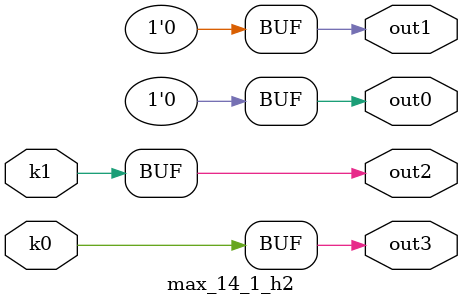
<source format=v>
module max_14_1(pi00, pi01, pi02, pi03, pi04, pi05, pi06, pi07, pi08, pi09, po0, po1, po2, po3);
input pi00, pi01, pi02, pi03, pi04, pi05, pi06, pi07, pi08, pi09;
output po0, po1, po2, po3;
wire k0, k1;
max_14_1_w2 DUT1 (pi00, pi01, pi02, pi03, pi04, pi05, pi06, pi07, pi08, pi09, k0, k1);
max_14_1_h2 DUT2 (k0, k1, po0, po1, po2, po3);
endmodule

module max_14_1_w2(in9, in8, in7, in6, in5, in4, in3, in2, in1, in0, k1, k0);
input in9, in8, in7, in6, in5, in4, in3, in2, in1, in0;
output k1, k0;
assign k0 =   ~in2 & ((((in9 & (~in6 | (~in3 & ~in0))) | (~in6 & ~in3 & ~in0)) & (in7 | ~in4) & (in8 | ~in5)) | (in8 & ~in5 & (in7 | ~in4)) | (in7 & ~in4));
assign k1 =   in1 ? ~in9 : ~in6;
endmodule

module max_14_1_h2(k1, k0, out3, out2, out1, out0);
input k1, k0;
output out3, out2, out1, out0;
assign out0 = 0;
assign out1 = 0;
assign out2 = k1;
assign out3 = k0;
endmodule

</source>
